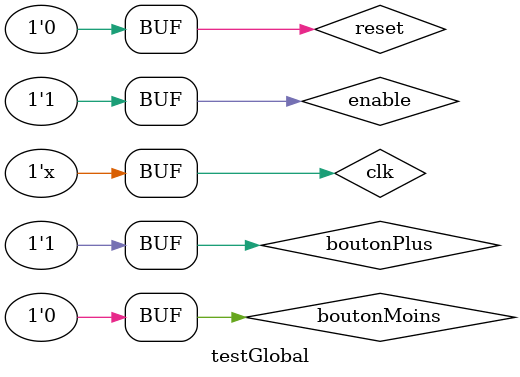
<source format=v>
`timescale 1ns / 1ps


module testGlobal;

	// Inputs
	reg reset;
	reg enable;
	reg clk;
	reg boutonPlus;
	reg boutonMoins;

	// Outputs
	wire Hsync;
	wire Vsync;
	wire [2:0] rouge;
	wire [2:0] vert;
	wire [1:0] bleu;
	wire [7:0] cathodes;
	wire [3:0] anodes;

	// Instantiate the Unit Under Test (UUT)
	TroisBriques uut (
		.reset(reset), 
		.enable(enable), 
		.clk(clk), 
		.boutonPlus(boutonPlus), 
		.boutonMoins(boutonMoins), 
		.Hsync(Hsync), 
		.Vsync(Vsync), 
		.rouge(rouge), 
		.vert(vert), 
		.bleu(bleu), 
		.cathodes(cathodes), 
		.anodes(anodes)
	);

	initial begin
		// Initialize Inputs
		reset = 1;
		enable = 1;
		clk = 0;
		boutonPlus = 0;
		boutonMoins = 0;

		// Wait 100 ns for global reset to finish
		#100;
		
		reset = 0;
		
        
		// Add stimulus here

	end
	
	always #10 begin
		clk = clk + 1;
		
	end
	
	always #500 begin 
		boutonPlus = 1;
	end
      
endmodule


</source>
